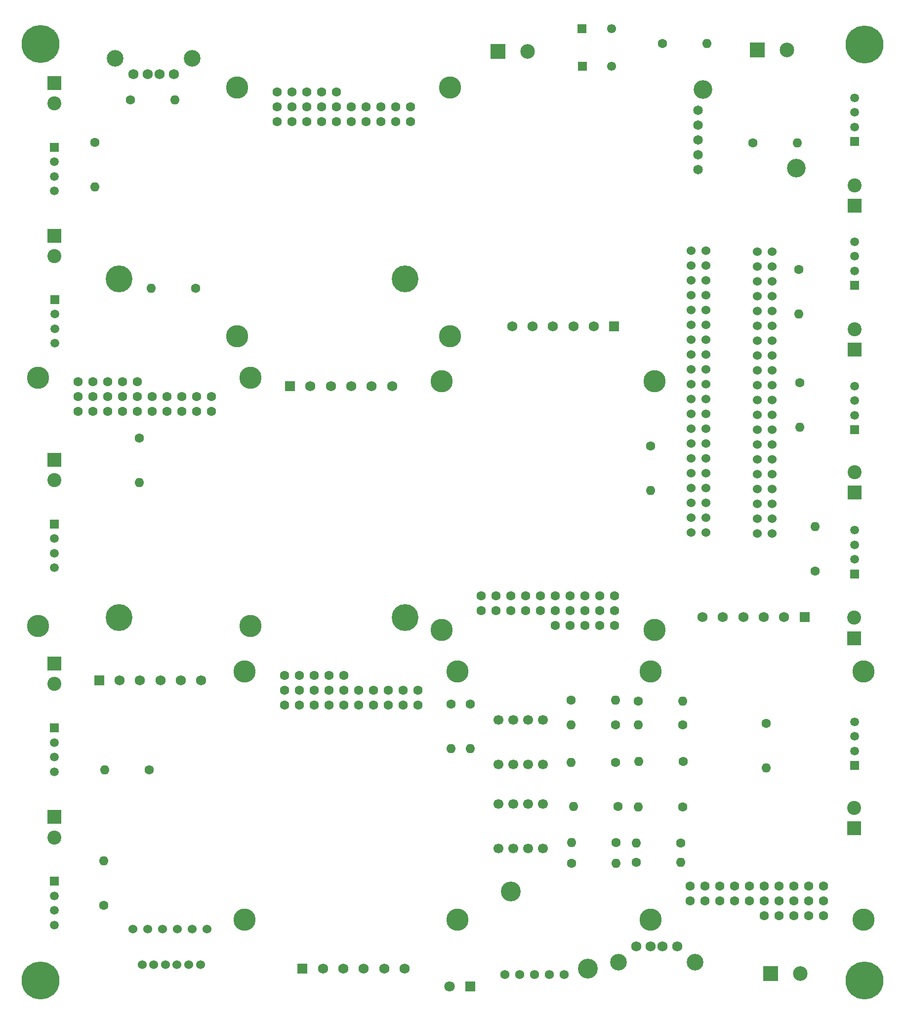
<source format=gbs>
G04 #@! TF.GenerationSoftware,KiCad,Pcbnew,(6.0.8-1)-1*
G04 #@! TF.CreationDate,2022-12-04T23:50:40-05:00*
G04 #@! TF.ProjectId,Control Board,436f6e74-726f-46c2-9042-6f6172642e6b,rev?*
G04 #@! TF.SameCoordinates,Original*
G04 #@! TF.FileFunction,Soldermask,Bot*
G04 #@! TF.FilePolarity,Negative*
%FSLAX46Y46*%
G04 Gerber Fmt 4.6, Leading zero omitted, Abs format (unit mm)*
G04 Created by KiCad (PCBNEW (6.0.8-1)-1) date 2022-12-04 23:50:40*
%MOMM*%
%LPD*%
G01*
G04 APERTURE LIST*
%ADD10R,1.550000X1.550000*%
%ADD11C,1.550000*%
%ADD12C,6.500000*%
%ADD13R,1.750000X1.750000*%
%ADD14C,1.750000*%
%ADD15C,1.600000*%
%ADD16O,1.600000X1.600000*%
%ADD17R,2.500000X2.500000*%
%ADD18C,2.500000*%
%ADD19C,1.524000*%
%ADD20C,4.600000*%
%ADD21C,2.850000*%
%ADD22R,1.800000X1.800000*%
%ADD23C,1.800000*%
%ADD24C,3.200000*%
%ADD25C,1.650000*%
%ADD26C,3.800000*%
%ADD27C,3.400000*%
%ADD28C,1.560000*%
%ADD29C,1.700000*%
%ADD30R,2.400000X2.400000*%
%ADD31C,2.400000*%
%ADD32R,1.508000X1.508000*%
%ADD33C,1.508000*%
G04 APERTURE END LIST*
D10*
X98234500Y162458400D03*
D11*
X103234500Y162458400D03*
D10*
X98171000Y168871900D03*
D11*
X103251000Y168871900D03*
D12*
X146602000Y5849600D03*
X146620400Y166140400D03*
X5379600Y5849600D03*
D13*
X48133000Y107632500D03*
D14*
X51633000Y107632500D03*
X55133000Y107632500D03*
X58633000Y107632500D03*
X62133000Y107632500D03*
X65633000Y107632500D03*
D15*
X104013000Y29464000D03*
D16*
X96393000Y29464000D03*
D17*
X128206500Y165227000D03*
D18*
X133286500Y165227000D03*
D12*
X5379600Y166227500D03*
D15*
X75755500Y53213000D03*
D16*
X75755500Y45593000D03*
D15*
X96393000Y25971500D03*
D16*
X104013000Y25971500D03*
D15*
X96329500Y53848000D03*
D16*
X103949500Y53848000D03*
D15*
X107505500Y26098500D03*
D16*
X115125500Y26098500D03*
D15*
X107823000Y53721000D03*
D16*
X115443000Y53721000D03*
D15*
X20764500Y156654500D03*
D16*
X28384500Y156654500D03*
D15*
X135382000Y127635000D03*
D16*
X135382000Y120015000D03*
D15*
X135509000Y108267500D03*
D16*
X135509000Y100647500D03*
D19*
X116903500Y130800500D03*
X119443500Y130800500D03*
X116903500Y128260500D03*
X119443500Y128260500D03*
X116903500Y125720500D03*
X119443500Y125720500D03*
X116903500Y123180500D03*
X119443500Y123180500D03*
X116903500Y120640500D03*
X119443500Y120640500D03*
X116903500Y118100500D03*
X119443500Y118100500D03*
X116903500Y115560500D03*
X119443500Y115560500D03*
X116903500Y113020500D03*
X119443500Y113020500D03*
X116903500Y110480500D03*
X119443500Y110480500D03*
X116903500Y107940500D03*
X119443500Y107940500D03*
X116903500Y105400500D03*
X119443500Y105400500D03*
X116903500Y102860500D03*
X119443500Y102860500D03*
X116903500Y100320500D03*
X119443500Y100320500D03*
X116903500Y97780500D03*
X119443500Y97780500D03*
X116903500Y95240500D03*
X119443500Y95240500D03*
X116903500Y92700500D03*
X119443500Y92700500D03*
X116903500Y90160500D03*
X119443500Y90160500D03*
X116903500Y87620500D03*
X119443500Y87620500D03*
X116903500Y85080500D03*
X119443500Y85080500D03*
X116903500Y82540500D03*
X119443500Y82540500D03*
X128270000Y130683000D03*
X130810000Y130683000D03*
X128270000Y128143000D03*
X130810000Y128143000D03*
X128270000Y125603000D03*
X130810000Y125603000D03*
X128270000Y123063000D03*
X130810000Y123063000D03*
X128270000Y120523000D03*
X130810000Y120523000D03*
X128270000Y117983000D03*
X130810000Y117983000D03*
X128270000Y115443000D03*
X130810000Y115443000D03*
X128270000Y112903000D03*
X130810000Y112903000D03*
X128270000Y110363000D03*
X130810000Y110363000D03*
X128270000Y107823000D03*
X130810000Y107823000D03*
X128270000Y105283000D03*
X130810000Y105283000D03*
X128270000Y102743000D03*
X130810000Y102743000D03*
X128270000Y100203000D03*
X130810000Y100203000D03*
X128270000Y97663000D03*
X130810000Y97663000D03*
X128270000Y95123000D03*
X130810000Y95123000D03*
X128270000Y92583000D03*
X130810000Y92583000D03*
X128270000Y90043000D03*
X130810000Y90043000D03*
X128270000Y87503000D03*
X130810000Y87503000D03*
X128270000Y84963000D03*
X130810000Y84963000D03*
X128270000Y82423000D03*
X130810000Y82423000D03*
D20*
X67867000Y67976500D03*
X18867000Y67976500D03*
X67867000Y125976500D03*
X18867000Y125976500D03*
D21*
X18195000Y163746000D03*
X31335000Y163746000D03*
D14*
X28265000Y161036000D03*
X25765000Y161036000D03*
X23765000Y161036000D03*
X21265000Y161036000D03*
D13*
X103695500Y117856000D03*
D14*
X100195500Y117856000D03*
X96695500Y117856000D03*
X93195500Y117856000D03*
X89695500Y117856000D03*
X86195500Y117856000D03*
D13*
X15430500Y57277000D03*
D14*
X18930500Y57277000D03*
X22430500Y57277000D03*
X25930500Y57277000D03*
X29430500Y57277000D03*
X32930500Y57277000D03*
D17*
X83756500Y164973000D03*
D18*
X88836500Y164973000D03*
D22*
X79019400Y4889500D03*
D23*
X75519400Y4889500D03*
D19*
X21209000Y14668500D03*
X23749000Y14668500D03*
X26289000Y14668500D03*
X28829000Y14668500D03*
X31369000Y14668500D03*
X33909000Y14668500D03*
D13*
X136334500Y68072000D03*
D14*
X132834500Y68072000D03*
X129334500Y68072000D03*
X125834500Y68072000D03*
X122334500Y68072000D03*
X118834500Y68072000D03*
D24*
X134876500Y144955000D03*
X118876500Y158455000D03*
D25*
X118046500Y154925000D03*
X118046500Y152385000D03*
X118046500Y149845000D03*
X118046500Y147305000D03*
X118046500Y144765000D03*
D15*
X129730500Y49911000D03*
D16*
X129730500Y42291000D03*
D15*
X79057500Y53213000D03*
D16*
X79057500Y45593000D03*
D15*
X104330500Y35687000D03*
D16*
X96710500Y35687000D03*
D15*
X115506500Y43370500D03*
D16*
X107886500Y43370500D03*
D15*
X112014000Y166306500D03*
D16*
X119634000Y166306500D03*
D15*
X103949500Y43180000D03*
D16*
X96329500Y43180000D03*
D15*
X103949500Y49657000D03*
D16*
X96329500Y49657000D03*
D15*
X115443000Y35623500D03*
D16*
X107823000Y35623500D03*
D15*
X115125500Y29400500D03*
D16*
X107505500Y29400500D03*
D15*
X115443000Y49657000D03*
D16*
X107823000Y49657000D03*
D26*
X76835000Y58801000D03*
X40386000Y16256000D03*
X40386000Y58801000D03*
X76835000Y16256000D03*
D15*
X70075000Y55531000D03*
X70075000Y52991000D03*
X67535000Y55531000D03*
X67535000Y52991000D03*
X64995000Y55531000D03*
X64995000Y52991000D03*
X62455000Y55531000D03*
X62455000Y52991000D03*
X59915000Y55531000D03*
X59915000Y52991000D03*
X57375000Y55531000D03*
X57375000Y52991000D03*
X54835000Y55531000D03*
X54835000Y52991000D03*
X52295000Y55531000D03*
X52295000Y52991000D03*
X49755000Y55531000D03*
X49755000Y52991000D03*
X47215000Y55531000D03*
X47215000Y52991000D03*
X57375000Y58071000D03*
X54835000Y58071000D03*
X52295000Y58071000D03*
X49755000Y58071000D03*
X47215000Y58071000D03*
D26*
X4953000Y109093000D03*
X41402000Y109093000D03*
X4953000Y66548000D03*
X41402000Y66548000D03*
D15*
X34642000Y105823000D03*
X34642000Y103283000D03*
X32102000Y105823000D03*
X32102000Y103283000D03*
X29562000Y105823000D03*
X29562000Y103283000D03*
X27022000Y105823000D03*
X27022000Y103283000D03*
X24482000Y105823000D03*
X24482000Y103283000D03*
X21942000Y105823000D03*
X21942000Y103283000D03*
X19402000Y105823000D03*
X19402000Y103283000D03*
X16862000Y105823000D03*
X16862000Y103283000D03*
X14322000Y105823000D03*
X14322000Y103283000D03*
X11782000Y105823000D03*
X11782000Y103283000D03*
X21942000Y108363000D03*
X19402000Y108363000D03*
X16862000Y108363000D03*
X14322000Y108363000D03*
X11782000Y108363000D03*
D26*
X109982000Y58801000D03*
X146431000Y58801000D03*
X146431000Y16256000D03*
X109982000Y16256000D03*
D15*
X116742000Y19526000D03*
X116742000Y22066000D03*
X119282000Y19526000D03*
X119282000Y22066000D03*
X121822000Y19526000D03*
X121822000Y22066000D03*
X124362000Y19526000D03*
X124362000Y22066000D03*
X126902000Y19526000D03*
X126902000Y22066000D03*
X129442000Y19526000D03*
X129442000Y22066000D03*
X131982000Y19526000D03*
X131982000Y22066000D03*
X134522000Y19526000D03*
X134522000Y22066000D03*
X137062000Y19526000D03*
X137062000Y22066000D03*
X139602000Y19526000D03*
X139602000Y22066000D03*
X129442000Y16986000D03*
X131982000Y16986000D03*
X134522000Y16986000D03*
X137062000Y16986000D03*
X139602000Y16986000D03*
D26*
X75565000Y116205000D03*
X75565000Y158750000D03*
X39116000Y158750000D03*
X39116000Y116205000D03*
D15*
X68805000Y155480000D03*
X68805000Y152940000D03*
X66265000Y155480000D03*
X66265000Y152940000D03*
X63725000Y155480000D03*
X63725000Y152940000D03*
X61185000Y155480000D03*
X61185000Y152940000D03*
X58645000Y155480000D03*
X58645000Y152940000D03*
X56105000Y155480000D03*
X56105000Y152940000D03*
X53565000Y155480000D03*
X53565000Y152940000D03*
X51025000Y155480000D03*
X51025000Y152940000D03*
X48485000Y155480000D03*
X48485000Y152940000D03*
X45945000Y155480000D03*
X45945000Y152940000D03*
X56105000Y158020000D03*
X53565000Y158020000D03*
X51025000Y158020000D03*
X48485000Y158020000D03*
X45945000Y158020000D03*
D13*
X50292000Y7874000D03*
D14*
X53792000Y7874000D03*
X57292000Y7874000D03*
X60792000Y7874000D03*
X64292000Y7874000D03*
X67792000Y7874000D03*
D27*
X85993000Y21088000D03*
X99193000Y7888000D03*
D28*
X84963000Y6858000D03*
X87503000Y6858000D03*
X90043000Y6858000D03*
X92583000Y6858000D03*
X95123000Y6858000D03*
D15*
X109982000Y97409000D03*
D16*
X109982000Y89789000D03*
D21*
X117542600Y9037500D03*
X104402600Y9037500D03*
D14*
X107472600Y11747500D03*
X109972600Y11747500D03*
X111972600Y11747500D03*
X114472600Y11747500D03*
D26*
X110617000Y65913000D03*
X74168000Y65913000D03*
X110617000Y108458000D03*
X74168000Y108458000D03*
D15*
X80928000Y69183000D03*
X80928000Y71723000D03*
X83468000Y69183000D03*
X83468000Y71723000D03*
X86008000Y69183000D03*
X86008000Y71723000D03*
X88548000Y69183000D03*
X88548000Y71723000D03*
X91088000Y69183000D03*
X91088000Y71723000D03*
X93628000Y69183000D03*
X93628000Y71723000D03*
X96168000Y69183000D03*
X96168000Y71723000D03*
X98708000Y69183000D03*
X98708000Y71723000D03*
X101248000Y69183000D03*
X101248000Y71723000D03*
X103788000Y69183000D03*
X103788000Y71723000D03*
X93628000Y66643000D03*
X96168000Y66643000D03*
X98708000Y66643000D03*
X101248000Y66643000D03*
X103788000Y66643000D03*
D29*
X91465400Y50457100D03*
X88925400Y50457100D03*
X86385400Y50457100D03*
X83845400Y50457100D03*
X83845400Y42837100D03*
X86385400Y42837100D03*
X88925400Y42837100D03*
X91465400Y42837100D03*
X91465400Y36131500D03*
X88925400Y36131500D03*
X86385400Y36131500D03*
X83845400Y36131500D03*
X83845400Y28511500D03*
X86385400Y28511500D03*
X88925400Y28511500D03*
X91465400Y28511500D03*
D19*
X22783800Y8547100D03*
X24783800Y8547100D03*
X26783800Y8547100D03*
X28783800Y8547100D03*
X30783800Y8547100D03*
X32783800Y8547100D03*
D15*
X22288500Y98742500D03*
D16*
X22288500Y91122500D03*
D30*
X7780000Y159575500D03*
D31*
X7780000Y156075500D03*
D30*
X144824000Y31918500D03*
D31*
X144824000Y35418500D03*
D15*
X138176000Y76009500D03*
D16*
X138176000Y83629500D03*
D32*
X144924000Y149521500D03*
D33*
X144924000Y152021500D03*
X144924000Y154521500D03*
X144924000Y157021500D03*
D15*
X32004000Y124396500D03*
D16*
X24384000Y124396500D03*
D32*
X7780000Y148575500D03*
D33*
X7780000Y146075500D03*
X7780000Y143575500D03*
X7780000Y141075500D03*
D30*
X144824000Y64480500D03*
D31*
X144824000Y67980500D03*
D15*
X127508000Y149288500D03*
D16*
X135128000Y149288500D03*
D30*
X144874000Y89406000D03*
D31*
X144874000Y92906000D03*
D32*
X144874000Y75480500D03*
D33*
X144874000Y77980500D03*
X144874000Y80480500D03*
X144874000Y82980500D03*
D15*
X14732000Y149415500D03*
D16*
X14732000Y141795500D03*
D30*
X144874000Y138521500D03*
D31*
X144874000Y142021500D03*
D15*
X16256000Y18732500D03*
D16*
X16256000Y26352500D03*
D32*
X7780000Y22863500D03*
D33*
X7780000Y20363500D03*
X7780000Y17863500D03*
X7780000Y15363500D03*
D30*
X7780000Y33863500D03*
D31*
X7780000Y30363500D03*
D32*
X7780000Y84031500D03*
D33*
X7780000Y81531500D03*
X7780000Y79031500D03*
X7780000Y76531500D03*
D32*
X7857000Y122475000D03*
D33*
X7857000Y119975000D03*
X7857000Y117475000D03*
X7857000Y114975000D03*
D32*
X144924000Y100156000D03*
D33*
X144924000Y102656000D03*
X144924000Y105156000D03*
X144924000Y107656000D03*
D30*
X144874000Y113883500D03*
D31*
X144874000Y117383500D03*
D30*
X7780000Y133385500D03*
D31*
X7780000Y129885500D03*
D30*
X7780000Y95031500D03*
D31*
X7780000Y91531500D03*
D30*
X7780000Y60134500D03*
D31*
X7780000Y56634500D03*
D15*
X24003000Y41973500D03*
D16*
X16383000Y41973500D03*
D32*
X144874000Y42668500D03*
D33*
X144874000Y45168500D03*
X144874000Y47668500D03*
X144874000Y50168500D03*
D17*
X130556000Y7048500D03*
D18*
X135636000Y7048500D03*
D32*
X144924000Y124883500D03*
D33*
X144924000Y127383500D03*
X144924000Y129883500D03*
X144924000Y132383500D03*
D32*
X7780000Y49134500D03*
D33*
X7780000Y46634500D03*
X7780000Y44134500D03*
X7780000Y41634500D03*
M02*

</source>
